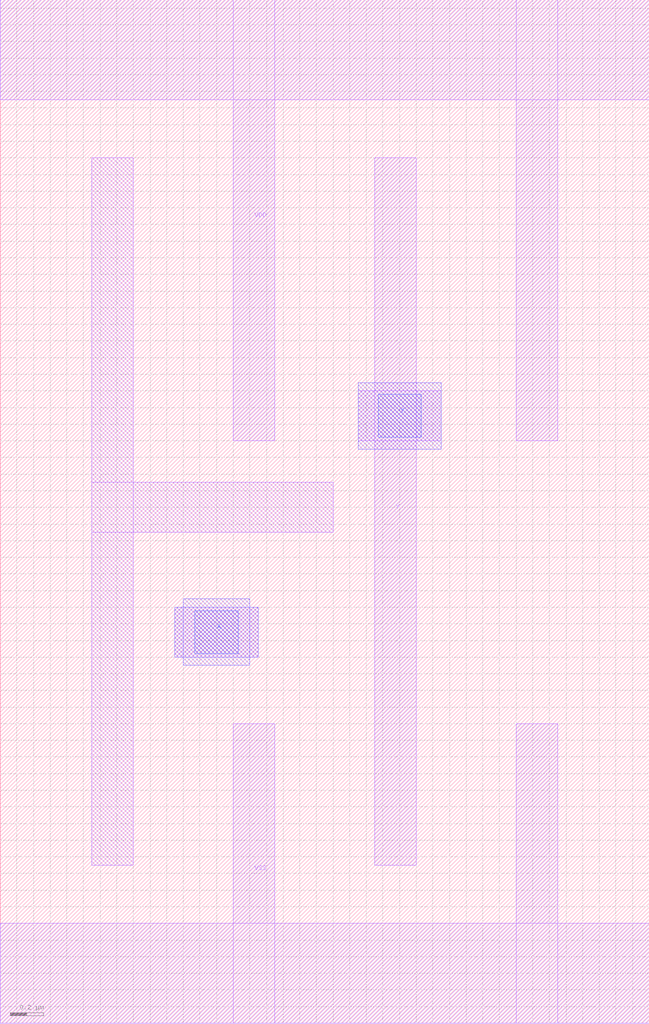
<source format=lef>
# Copyright 2022 Google LLC
# Licensed under the Apache License, Version 2.0 (the "License");
# you may not use this file except in compliance with the License.
# You may obtain a copy of the License at
#
#      http://www.apache.org/licenses/LICENSE-2.0
#
# Unless required by applicable law or agreed to in writing, software
# distributed under the License is distributed on an "AS IS" BASIS,
# WITHOUT WARRANTIES OR CONDITIONS OF ANY KIND, either express or implied.
# See the License for the specific language governing permissions and
# limitations under the License.
VERSION 5.7 ;
BUSBITCHARS "[]" ;
DIVIDERCHAR "/" ;

MACRO gf180mcu_osu_sc_gp9t3v3__clkbuf_2
  CLASS CORE ;
  ORIGIN 0 0 ;
  FOREIGN gf180mcu_osu_sc_gp9t3v3__clkbuf_2 0 0 ;
  SIZE 3.9 BY 6.15 ;
  SYMMETRY X Y ;
  SITE GF180_3p3_12t ;
  PIN VDD
    DIRECTION INOUT ;
    USE POWER ;
    SHAPE ABUTMENT ;
    PORT
      LAYER MET1 ;
        RECT 0 5.55 3.9 6.15 ;
        RECT 3.1 3.5 3.35 6.15 ;
        RECT 1.4 3.5 1.65 6.15 ;
    END
  END VDD
  PIN VSS
    DIRECTION INOUT ;
    USE GROUND ;
    PORT
      LAYER MET1 ;
        RECT 0 0 3.9 0.6 ;
        RECT 3.1 0 3.35 1.8 ;
        RECT 1.4 0 1.65 1.8 ;
    END
  END VSS
  PIN A
    DIRECTION INPUT ;
    USE SIGNAL ;
    PORT
      LAYER MET1 ;
        RECT 1.05 2.2 1.55 2.5 ;
      LAYER MET2 ;
        RECT 1.05 2.2 1.55 2.5 ;
        RECT 1.1 2.15 1.5 2.55 ;
      LAYER VIA12 ;
        RECT 1.17 2.22 1.43 2.48 ;
    END
  END A
  PIN Y
    DIRECTION OUTPUT ;
    USE SIGNAL ;
    PORT
      LAYER MET1 ;
        RECT 2.15 3.5 2.65 3.8 ;
        RECT 2.25 0.95 2.5 5.2 ;
      LAYER MET2 ;
        RECT 2.15 3.45 2.65 3.85 ;
      LAYER VIA12 ;
        RECT 2.27 3.52 2.53 3.78 ;
    END
  END Y
  OBS
    LAYER MET1 ;
      RECT 0.55 0.95 0.8 5.2 ;
      RECT 0.55 2.95 2 3.25 ;
  END
END gf180mcu_osu_sc_gp9t3v3__clkbuf_2

</source>
